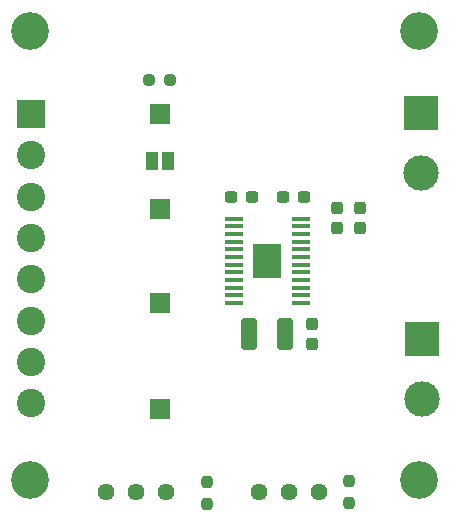
<source format=gbr>
%TF.GenerationSoftware,KiCad,Pcbnew,7.0.7*%
%TF.CreationDate,2024-02-09T14:01:24-05:00*%
%TF.ProjectId,DRV8873H_single_breakout,44525638-3837-4334-985f-73696e676c65,rev?*%
%TF.SameCoordinates,Original*%
%TF.FileFunction,Soldermask,Top*%
%TF.FilePolarity,Negative*%
%FSLAX46Y46*%
G04 Gerber Fmt 4.6, Leading zero omitted, Abs format (unit mm)*
G04 Created by KiCad (PCBNEW 7.0.7) date 2024-02-09 14:01:24*
%MOMM*%
%LPD*%
G01*
G04 APERTURE LIST*
G04 Aperture macros list*
%AMRoundRect*
0 Rectangle with rounded corners*
0 $1 Rounding radius*
0 $2 $3 $4 $5 $6 $7 $8 $9 X,Y pos of 4 corners*
0 Add a 4 corners polygon primitive as box body*
4,1,4,$2,$3,$4,$5,$6,$7,$8,$9,$2,$3,0*
0 Add four circle primitives for the rounded corners*
1,1,$1+$1,$2,$3*
1,1,$1+$1,$4,$5*
1,1,$1+$1,$6,$7*
1,1,$1+$1,$8,$9*
0 Add four rect primitives between the rounded corners*
20,1,$1+$1,$2,$3,$4,$5,0*
20,1,$1+$1,$4,$5,$6,$7,0*
20,1,$1+$1,$6,$7,$8,$9,0*
20,1,$1+$1,$8,$9,$2,$3,0*%
G04 Aperture macros list end*
%ADD10C,3.200000*%
%ADD11C,1.440000*%
%ADD12R,1.000000X1.500000*%
%ADD13RoundRect,0.237500X0.237500X-0.250000X0.237500X0.250000X-0.237500X0.250000X-0.237500X-0.250000X0*%
%ADD14R,1.700000X1.700000*%
%ADD15RoundRect,0.237500X0.300000X0.237500X-0.300000X0.237500X-0.300000X-0.237500X0.300000X-0.237500X0*%
%ADD16R,2.400000X2.400000*%
%ADD17C,2.400000*%
%ADD18RoundRect,0.237500X-0.250000X-0.237500X0.250000X-0.237500X0.250000X0.237500X-0.250000X0.237500X0*%
%ADD19R,2.400000X2.980000*%
%ADD20RoundRect,0.100000X-0.687500X-0.100000X0.687500X-0.100000X0.687500X0.100000X-0.687500X0.100000X0*%
%ADD21R,3.000000X3.000000*%
%ADD22C,3.000000*%
%ADD23RoundRect,0.237500X-0.300000X-0.237500X0.300000X-0.237500X0.300000X0.237500X-0.300000X0.237500X0*%
%ADD24RoundRect,0.237500X-0.237500X0.300000X-0.237500X-0.300000X0.237500X-0.300000X0.237500X0.300000X0*%
%ADD25RoundRect,0.250000X0.412500X1.100000X-0.412500X1.100000X-0.412500X-1.100000X0.412500X-1.100000X0*%
G04 APERTURE END LIST*
D10*
%TO.C,H4*%
X157000000Y-127000000D03*
%TD*%
%TO.C,H3*%
X124000000Y-127000000D03*
%TD*%
%TO.C,H2*%
X157000000Y-89000000D03*
%TD*%
%TO.C,H1*%
X124000000Y-89000000D03*
%TD*%
D11*
%TO.C,RV2*%
X130460000Y-128000000D03*
X133000000Y-128000000D03*
X135540000Y-128000000D03*
%TD*%
%TO.C,RV1*%
X143460000Y-128000000D03*
X146000000Y-128000000D03*
X148540000Y-128000000D03*
%TD*%
D12*
%TO.C,JP1*%
X134400000Y-100000000D03*
X135700000Y-100000000D03*
%TD*%
D13*
%TO.C,R1*%
X139000000Y-129000000D03*
X139000000Y-127175000D03*
%TD*%
D14*
%TO.C,J4*%
X135000000Y-104000000D03*
%TD*%
D15*
%TO.C,C4*%
X147200000Y-103000000D03*
X145475000Y-103000000D03*
%TD*%
D13*
%TO.C,R2*%
X151000000Y-128912500D03*
X151000000Y-127087500D03*
%TD*%
D16*
%TO.C,J6*%
X124150000Y-96000000D03*
D17*
X124150000Y-99500000D03*
X124150000Y-103000000D03*
X124150000Y-106500000D03*
X124150000Y-110000000D03*
X124150000Y-113500000D03*
X124150000Y-117000000D03*
X124150000Y-120500000D03*
%TD*%
D14*
%TO.C,J1*%
X135000000Y-112000000D03*
%TD*%
%TO.C,J3*%
X135000000Y-96000000D03*
%TD*%
%TO.C,J2*%
X135000000Y-121000000D03*
%TD*%
D18*
%TO.C,R3*%
X135925000Y-93100000D03*
X134100000Y-93100000D03*
%TD*%
D19*
%TO.C,U1*%
X144137500Y-108425000D03*
D20*
X141275000Y-104850000D03*
X141275000Y-105500000D03*
X141275000Y-106150000D03*
X141275000Y-106800000D03*
X141275000Y-107450000D03*
X141275000Y-108100000D03*
X141275000Y-108750000D03*
X141275000Y-109400000D03*
X141275000Y-110050000D03*
X141275000Y-110700000D03*
X141275000Y-111350000D03*
X141275000Y-112000000D03*
X147000000Y-112000000D03*
X147000000Y-111350000D03*
X147000000Y-110700000D03*
X147000000Y-110050000D03*
X147000000Y-109400000D03*
X147000000Y-108750000D03*
X147000000Y-108100000D03*
X147000000Y-107450000D03*
X147000000Y-106800000D03*
X147000000Y-106150000D03*
X147000000Y-105500000D03*
X147000000Y-104850000D03*
%TD*%
D21*
%TO.C,J7*%
X157200000Y-115020000D03*
D22*
X157200000Y-120100000D03*
%TD*%
D23*
%TO.C,C1*%
X141075000Y-103000000D03*
X142800000Y-103000000D03*
%TD*%
D24*
%TO.C,C2*%
X150000000Y-103937500D03*
X150000000Y-105662500D03*
%TD*%
D21*
%TO.C,J8*%
X157100000Y-95900000D03*
D22*
X157100000Y-100980000D03*
%TD*%
D24*
%TO.C,C3*%
X152000000Y-103937500D03*
X152000000Y-105662500D03*
%TD*%
D25*
%TO.C,C5*%
X145662500Y-114600000D03*
X142537500Y-114600000D03*
%TD*%
D24*
%TO.C,C6*%
X147900000Y-113775000D03*
X147900000Y-115500000D03*
%TD*%
M02*

</source>
